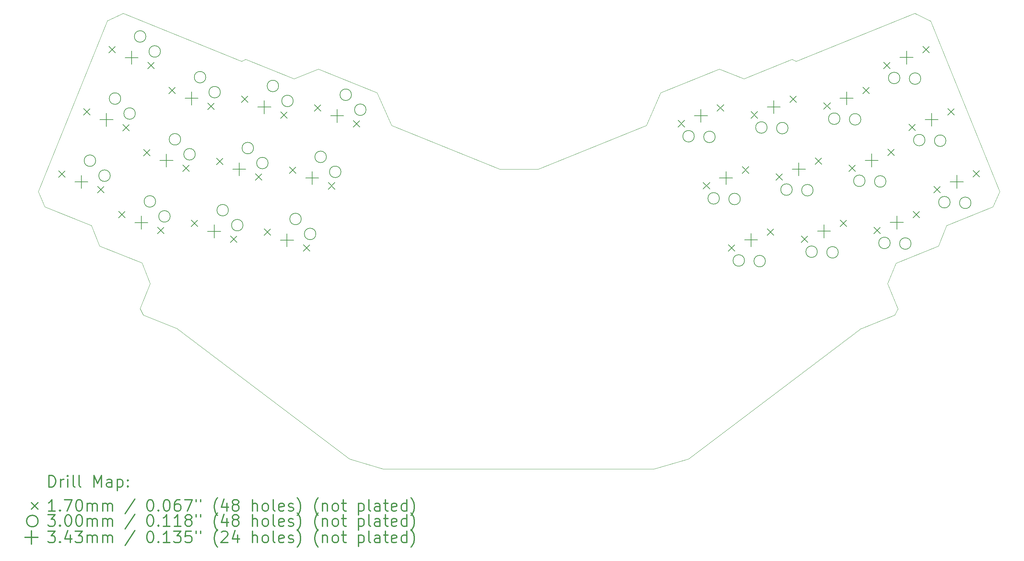
<source format=gbr>
%FSLAX45Y45*%
G04 Gerber Fmt 4.5, Leading zero omitted, Abs format (unit mm)*
G04 Created by KiCad (PCBNEW (5.1.4)-1) date 2023-12-29 13:03:58*
%MOMM*%
%LPD*%
G04 APERTURE LIST*
%ADD10C,0.050000*%
%ADD11C,0.200000*%
%ADD12C,0.300000*%
G04 APERTURE END LIST*
D10*
X5094537Y-24144385D02*
X5360507Y-23486085D01*
X24889689Y-24145789D02*
X24623718Y-23487488D01*
X18318013Y-19359028D02*
X15490102Y-20501579D01*
X11666213Y-19357625D02*
X14494123Y-20500175D01*
X11450000Y-28334000D02*
X10562695Y-28068535D01*
X18520000Y-28334000D02*
X19421531Y-28069938D01*
X11450000Y-28334000D02*
X18520000Y-28334000D01*
X15490102Y-20501579D02*
X15480000Y-20504000D01*
X14494123Y-20500175D02*
X15480000Y-20504000D01*
X26176434Y-21964966D02*
X26157890Y-21972458D01*
X3807791Y-21963563D02*
X3826335Y-21971055D01*
X2436679Y-21086037D02*
X2611724Y-21480320D01*
X4238537Y-16626283D02*
X2436679Y-21086037D01*
X27547546Y-21087441D02*
X27372501Y-21481724D01*
X25745688Y-16627686D02*
X27547546Y-21087441D01*
X11288494Y-18503969D02*
X9754005Y-17883995D01*
X4653330Y-16427168D02*
X7750124Y-17678354D01*
X4037111Y-22503806D02*
X3826335Y-21971055D01*
X4037111Y-22503806D02*
X5145096Y-22951461D01*
X3807791Y-21963563D02*
X2611724Y-21480320D01*
X6032399Y-24652730D02*
X5179390Y-24308092D01*
X9117111Y-18138977D02*
X7860776Y-17631385D01*
X10562695Y-28068535D02*
X6050942Y-24660222D01*
X5094537Y-24144385D02*
X5179390Y-24308092D01*
X11288494Y-18503969D02*
X11666213Y-19357625D01*
X5145096Y-22951461D02*
X5360507Y-23486085D01*
X9117111Y-18138977D02*
X9754005Y-17883995D01*
X4653330Y-16427168D02*
X4238537Y-16626283D01*
X7860776Y-17631385D02*
X7750124Y-17678354D01*
X6032399Y-24652730D02*
X6050942Y-24660222D01*
X23951827Y-24654134D02*
X23933283Y-24661626D01*
X24839130Y-22952864D02*
X24623718Y-23487488D01*
X25330895Y-16428572D02*
X25745688Y-16627686D01*
X22123449Y-17632789D02*
X22234101Y-17679758D01*
X20867115Y-18140381D02*
X20230221Y-17885399D01*
X23951827Y-24654134D02*
X24804836Y-24309496D01*
X19421531Y-28069938D02*
X23933283Y-24661626D01*
X24889689Y-24145789D02*
X24804836Y-24309496D01*
X25330895Y-16428572D02*
X22234101Y-17679758D01*
X26176434Y-21964966D02*
X27372501Y-21481724D01*
X25947114Y-22505209D02*
X26157890Y-21972458D01*
X25947114Y-22505209D02*
X24839130Y-22952864D01*
X18695732Y-18505373D02*
X18318013Y-19359028D01*
X20867115Y-18140381D02*
X22123449Y-17632789D01*
X18695732Y-18505373D02*
X20230221Y-17885399D01*
D11*
X21710110Y-20619327D02*
X21880290Y-20789507D01*
X21880290Y-20619327D02*
X21710110Y-20789507D01*
X22730012Y-20207260D02*
X22900192Y-20377440D01*
X22900192Y-20207260D02*
X22730012Y-20377440D01*
X22365671Y-22241899D02*
X22535851Y-22412079D01*
X22535851Y-22241899D02*
X22365671Y-22412079D01*
X23385573Y-21829832D02*
X23555753Y-22000012D01*
X23555753Y-21829832D02*
X23385573Y-22000012D01*
X19807516Y-20848758D02*
X19977696Y-21018938D01*
X19977696Y-20848758D02*
X19807516Y-21018938D01*
X20827418Y-20436690D02*
X20997598Y-20606870D01*
X20997598Y-20436690D02*
X20827418Y-20606870D01*
X21054548Y-18996756D02*
X21224728Y-19166936D01*
X21224728Y-18996756D02*
X21054548Y-19166936D01*
X22074450Y-18584688D02*
X22244630Y-18754868D01*
X22244630Y-18584688D02*
X22074450Y-18754868D01*
X20463078Y-22471329D02*
X20633258Y-22641509D01*
X20633258Y-22471329D02*
X20463078Y-22641509D01*
X21482980Y-22059262D02*
X21653160Y-22229442D01*
X21653160Y-22059262D02*
X21482980Y-22229442D01*
X6437744Y-21832175D02*
X6607924Y-22002355D01*
X6607924Y-21832175D02*
X6437744Y-22002355D01*
X7457646Y-22244242D02*
X7627826Y-22414422D01*
X7627826Y-22244242D02*
X7457646Y-22414422D01*
X5846274Y-18357601D02*
X6016454Y-18527781D01*
X6016454Y-18357601D02*
X5846274Y-18527781D01*
X6866176Y-18769668D02*
X7036356Y-18939848D01*
X7036356Y-18769668D02*
X6866176Y-18939848D01*
X25833712Y-20948573D02*
X26003892Y-21118753D01*
X26003892Y-20948573D02*
X25833712Y-21118753D01*
X26853614Y-20536506D02*
X27023794Y-20706686D01*
X27023794Y-20536506D02*
X26853614Y-20706686D01*
X7748867Y-18587031D02*
X7919047Y-18757211D01*
X7919047Y-18587031D02*
X7748867Y-18757211D01*
X8768769Y-18999098D02*
X8938949Y-19169278D01*
X8938949Y-18999098D02*
X8768769Y-19169278D01*
X8340337Y-22061605D02*
X8510517Y-22231785D01*
X8510517Y-22061605D02*
X8340337Y-22231785D01*
X9360240Y-22473672D02*
X9530420Y-22643852D01*
X9530420Y-22473672D02*
X9360240Y-22643852D01*
X9651461Y-18816461D02*
X9821641Y-18986641D01*
X9821641Y-18816461D02*
X9651461Y-18986641D01*
X10671363Y-19228528D02*
X10841543Y-19398708D01*
X10841543Y-19228528D02*
X10671363Y-19398708D01*
X7093305Y-20209603D02*
X7263485Y-20379783D01*
X7263485Y-20209603D02*
X7093305Y-20379783D01*
X8113208Y-20621670D02*
X8283388Y-20791850D01*
X8283388Y-20621670D02*
X8113208Y-20791850D01*
X23612703Y-20389897D02*
X23782883Y-20560077D01*
X23782883Y-20389897D02*
X23612703Y-20560077D01*
X24632605Y-19977830D02*
X24802785Y-20148010D01*
X24802785Y-19977830D02*
X24632605Y-20148010D01*
X19151955Y-19226186D02*
X19322135Y-19396366D01*
X19322135Y-19226186D02*
X19151955Y-19396366D01*
X20171857Y-18814119D02*
X20342037Y-18984299D01*
X20342037Y-18814119D02*
X20171857Y-18984299D01*
X4280826Y-17293705D02*
X4451006Y-17463885D01*
X4451006Y-17293705D02*
X4280826Y-17463885D01*
X5300728Y-17705772D02*
X5470908Y-17875952D01*
X5470908Y-17705772D02*
X5300728Y-17875952D01*
X3625265Y-18916277D02*
X3795445Y-19086457D01*
X3795445Y-18916277D02*
X3625265Y-19086457D01*
X4645167Y-19328344D02*
X4815347Y-19498524D01*
X4815347Y-19328344D02*
X4645167Y-19498524D01*
X25178150Y-19326001D02*
X25348330Y-19496181D01*
X25348330Y-19326001D02*
X25178150Y-19496181D01*
X26198053Y-18913934D02*
X26368233Y-19084114D01*
X26368233Y-18913934D02*
X26198053Y-19084114D01*
X22957141Y-18767325D02*
X23127321Y-18937505D01*
X23127321Y-18767325D02*
X22957141Y-18937505D01*
X23977044Y-18355258D02*
X24147224Y-18525438D01*
X24147224Y-18355258D02*
X23977044Y-18525438D01*
X24268264Y-22012469D02*
X24438444Y-22182649D01*
X24438444Y-22012469D02*
X24268264Y-22182649D01*
X25288167Y-21600402D02*
X25458347Y-21770582D01*
X25458347Y-21600402D02*
X25288167Y-21770582D01*
X5190712Y-19980172D02*
X5360892Y-20150352D01*
X5360892Y-19980172D02*
X5190712Y-20150352D01*
X6210614Y-20392240D02*
X6380794Y-20562420D01*
X6380794Y-20392240D02*
X6210614Y-20562420D01*
X4535151Y-21602744D02*
X4705331Y-21772924D01*
X4705331Y-21602744D02*
X4535151Y-21772924D01*
X5555053Y-22014811D02*
X5725233Y-22184991D01*
X5725233Y-22014811D02*
X5555053Y-22184991D01*
X24522589Y-17703430D02*
X24692769Y-17873610D01*
X24692769Y-17703430D02*
X24522589Y-17873610D01*
X25542491Y-17291362D02*
X25712671Y-17461542D01*
X25712671Y-17291362D02*
X25542491Y-17461542D01*
X8995899Y-20439033D02*
X9166079Y-20609213D01*
X9166079Y-20439033D02*
X8995899Y-20609213D01*
X10015801Y-20851100D02*
X10185981Y-21021280D01*
X10185981Y-20851100D02*
X10015801Y-21021280D01*
X2969703Y-20538848D02*
X3139883Y-20709028D01*
X3139883Y-20538848D02*
X2969703Y-20709028D01*
X3989605Y-20950916D02*
X4159785Y-21121096D01*
X4159785Y-20950916D02*
X3989605Y-21121096D01*
X3937635Y-20278298D02*
G75*
G03X3937635Y-20278298I-150000J0D01*
G01*
X4318814Y-20669581D02*
G75*
G03X4318814Y-20669581I-150000J0D01*
G01*
X22132036Y-21033381D02*
G75*
G03X22132036Y-21033381I-150000J0D01*
G01*
X22678041Y-21050058D02*
G75*
G03X22678041Y-21050058I-150000J0D01*
G01*
X22787598Y-22655953D02*
G75*
G03X22787598Y-22655953I-150000J0D01*
G01*
X23333603Y-22672630D02*
G75*
G03X23333603Y-22672630I-150000J0D01*
G01*
X20229443Y-21262811D02*
G75*
G03X20229443Y-21262811I-150000J0D01*
G01*
X20775448Y-21279488D02*
G75*
G03X20775448Y-21279488I-150000J0D01*
G01*
X21476475Y-19410809D02*
G75*
G03X21476475Y-19410809I-150000J0D01*
G01*
X22022480Y-19427486D02*
G75*
G03X22022480Y-19427486I-150000J0D01*
G01*
X20885004Y-22885383D02*
G75*
G03X20885004Y-22885383I-150000J0D01*
G01*
X21431010Y-22902060D02*
G75*
G03X21431010Y-22902060I-150000J0D01*
G01*
X7405676Y-21571624D02*
G75*
G03X7405676Y-21571624I-150000J0D01*
G01*
X7786854Y-21962908D02*
G75*
G03X7786854Y-21962908I-150000J0D01*
G01*
X6814206Y-18097050D02*
G75*
G03X6814206Y-18097050I-150000J0D01*
G01*
X7195384Y-18488334D02*
G75*
G03X7195384Y-18488334I-150000J0D01*
G01*
X26255639Y-21362627D02*
G75*
G03X26255639Y-21362627I-150000J0D01*
G01*
X26801644Y-21379304D02*
G75*
G03X26801644Y-21379304I-150000J0D01*
G01*
X8716799Y-18326480D02*
G75*
G03X8716799Y-18326480I-150000J0D01*
G01*
X9097978Y-18717764D02*
G75*
G03X9097978Y-18717764I-150000J0D01*
G01*
X9308269Y-21801054D02*
G75*
G03X9308269Y-21801054I-150000J0D01*
G01*
X9689448Y-22192338D02*
G75*
G03X9689448Y-22192338I-150000J0D01*
G01*
X10619393Y-18555910D02*
G75*
G03X10619393Y-18555910I-150000J0D01*
G01*
X11000571Y-18947194D02*
G75*
G03X11000571Y-18947194I-150000J0D01*
G01*
X8061237Y-19949052D02*
G75*
G03X8061237Y-19949052I-150000J0D01*
G01*
X8442416Y-20340336D02*
G75*
G03X8442416Y-20340336I-150000J0D01*
G01*
X24034630Y-20803951D02*
G75*
G03X24034630Y-20803951I-150000J0D01*
G01*
X24580635Y-20820628D02*
G75*
G03X24580635Y-20820628I-150000J0D01*
G01*
X19573881Y-19640239D02*
G75*
G03X19573881Y-19640239I-150000J0D01*
G01*
X20119887Y-19656917D02*
G75*
G03X20119887Y-19656917I-150000J0D01*
G01*
X5248758Y-17033154D02*
G75*
G03X5248758Y-17033154I-150000J0D01*
G01*
X5629937Y-17424438D02*
G75*
G03X5629937Y-17424438I-150000J0D01*
G01*
X4593197Y-18655726D02*
G75*
G03X4593197Y-18655726I-150000J0D01*
G01*
X4974375Y-19047010D02*
G75*
G03X4974375Y-19047010I-150000J0D01*
G01*
X25600077Y-19740055D02*
G75*
G03X25600077Y-19740055I-150000J0D01*
G01*
X26146082Y-19756732D02*
G75*
G03X26146082Y-19756732I-150000J0D01*
G01*
X23379068Y-19181379D02*
G75*
G03X23379068Y-19181379I-150000J0D01*
G01*
X23925073Y-19198056D02*
G75*
G03X23925073Y-19198056I-150000J0D01*
G01*
X24690191Y-22426522D02*
G75*
G03X24690191Y-22426522I-150000J0D01*
G01*
X25236196Y-22443200D02*
G75*
G03X25236196Y-22443200I-150000J0D01*
G01*
X6158644Y-19719622D02*
G75*
G03X6158644Y-19719622I-150000J0D01*
G01*
X6539823Y-20110905D02*
G75*
G03X6539823Y-20110905I-150000J0D01*
G01*
X5503083Y-21342193D02*
G75*
G03X5503083Y-21342193I-150000J0D01*
G01*
X5884261Y-21733477D02*
G75*
G03X5884261Y-21733477I-150000J0D01*
G01*
X24944515Y-18117483D02*
G75*
G03X24944515Y-18117483I-150000J0D01*
G01*
X25490521Y-18134160D02*
G75*
G03X25490521Y-18134160I-150000J0D01*
G01*
X9963831Y-20178482D02*
G75*
G03X9963831Y-20178482I-150000J0D01*
G01*
X10345009Y-20569766D02*
G75*
G03X10345009Y-20569766I-150000J0D01*
G01*
X9590940Y-20558707D02*
X9590940Y-20901607D01*
X9419490Y-20730157D02*
X9762390Y-20730157D01*
X3564744Y-20658522D02*
X3564744Y-21001422D01*
X3393294Y-20829972D02*
X3736194Y-20829972D01*
X22305151Y-20326934D02*
X22305151Y-20669834D01*
X22133701Y-20498384D02*
X22476601Y-20498384D01*
X22960712Y-21949505D02*
X22960712Y-22292405D01*
X22789262Y-22120955D02*
X23132162Y-22120955D01*
X20402557Y-20556364D02*
X20402557Y-20899264D01*
X20231107Y-20727814D02*
X20574007Y-20727814D01*
X21649589Y-18704362D02*
X21649589Y-19047262D01*
X21478139Y-18875812D02*
X21821039Y-18875812D01*
X21058119Y-22178936D02*
X21058119Y-22521836D01*
X20886669Y-22350386D02*
X21229569Y-22350386D01*
X7032785Y-21951848D02*
X7032785Y-22294748D01*
X6861335Y-22123298D02*
X7204235Y-22123298D01*
X6441315Y-18477274D02*
X6441315Y-18820174D01*
X6269865Y-18648724D02*
X6612765Y-18648724D01*
X26428753Y-20656179D02*
X26428753Y-20999079D01*
X26257303Y-20827629D02*
X26600203Y-20827629D01*
X8343908Y-18706705D02*
X8343908Y-19049605D01*
X8172458Y-18878155D02*
X8515358Y-18878155D01*
X8935379Y-22181278D02*
X8935379Y-22524178D01*
X8763929Y-22352728D02*
X9106829Y-22352728D01*
X10246502Y-18936135D02*
X10246502Y-19279035D01*
X10075052Y-19107585D02*
X10417952Y-19107585D01*
X7688347Y-20329276D02*
X7688347Y-20672176D01*
X7516897Y-20500726D02*
X7859797Y-20500726D01*
X24207744Y-20097503D02*
X24207744Y-20440403D01*
X24036294Y-20268953D02*
X24379194Y-20268953D01*
X19746996Y-18933792D02*
X19746996Y-19276692D01*
X19575546Y-19105242D02*
X19918446Y-19105242D01*
X4875867Y-17413379D02*
X4875867Y-17756279D01*
X4704417Y-17584829D02*
X5047317Y-17584829D01*
X4220306Y-19035950D02*
X4220306Y-19378850D01*
X4048856Y-19207400D02*
X4391756Y-19207400D01*
X25773191Y-19033608D02*
X25773191Y-19376508D01*
X25601741Y-19205058D02*
X25944641Y-19205058D01*
X23552182Y-18474932D02*
X23552182Y-18817832D01*
X23380732Y-18646382D02*
X23723632Y-18646382D01*
X24863306Y-21720075D02*
X24863306Y-22062975D01*
X24691856Y-21891525D02*
X25034756Y-21891525D01*
X5785753Y-20099846D02*
X5785753Y-20442746D01*
X5614303Y-20271296D02*
X5957203Y-20271296D01*
X5130192Y-21722418D02*
X5130192Y-22065318D01*
X4958742Y-21893868D02*
X5301642Y-21893868D01*
X25117630Y-17411036D02*
X25117630Y-17753936D01*
X24946180Y-17582486D02*
X25289080Y-17582486D01*
D12*
X2720608Y-28802214D02*
X2720608Y-28502214D01*
X2792036Y-28502214D01*
X2834893Y-28516500D01*
X2863465Y-28545071D01*
X2877750Y-28573643D01*
X2892036Y-28630786D01*
X2892036Y-28673643D01*
X2877750Y-28730786D01*
X2863465Y-28759357D01*
X2834893Y-28787929D01*
X2792036Y-28802214D01*
X2720608Y-28802214D01*
X3020607Y-28802214D02*
X3020607Y-28602214D01*
X3020607Y-28659357D02*
X3034893Y-28630786D01*
X3049179Y-28616500D01*
X3077750Y-28602214D01*
X3106322Y-28602214D01*
X3206322Y-28802214D02*
X3206322Y-28602214D01*
X3206322Y-28502214D02*
X3192036Y-28516500D01*
X3206322Y-28530786D01*
X3220607Y-28516500D01*
X3206322Y-28502214D01*
X3206322Y-28530786D01*
X3392036Y-28802214D02*
X3363465Y-28787929D01*
X3349179Y-28759357D01*
X3349179Y-28502214D01*
X3549179Y-28802214D02*
X3520607Y-28787929D01*
X3506322Y-28759357D01*
X3506322Y-28502214D01*
X3892036Y-28802214D02*
X3892036Y-28502214D01*
X3992036Y-28716500D01*
X4092036Y-28502214D01*
X4092036Y-28802214D01*
X4363465Y-28802214D02*
X4363465Y-28645071D01*
X4349179Y-28616500D01*
X4320608Y-28602214D01*
X4263465Y-28602214D01*
X4234893Y-28616500D01*
X4363465Y-28787929D02*
X4334893Y-28802214D01*
X4263465Y-28802214D01*
X4234893Y-28787929D01*
X4220608Y-28759357D01*
X4220608Y-28730786D01*
X4234893Y-28702214D01*
X4263465Y-28687929D01*
X4334893Y-28687929D01*
X4363465Y-28673643D01*
X4506322Y-28602214D02*
X4506322Y-28902214D01*
X4506322Y-28616500D02*
X4534893Y-28602214D01*
X4592036Y-28602214D01*
X4620608Y-28616500D01*
X4634893Y-28630786D01*
X4649179Y-28659357D01*
X4649179Y-28745071D01*
X4634893Y-28773643D01*
X4620608Y-28787929D01*
X4592036Y-28802214D01*
X4534893Y-28802214D01*
X4506322Y-28787929D01*
X4777750Y-28773643D02*
X4792036Y-28787929D01*
X4777750Y-28802214D01*
X4763465Y-28787929D01*
X4777750Y-28773643D01*
X4777750Y-28802214D01*
X4777750Y-28616500D02*
X4792036Y-28630786D01*
X4777750Y-28645071D01*
X4763465Y-28630786D01*
X4777750Y-28616500D01*
X4777750Y-28645071D01*
X2263999Y-29211410D02*
X2434179Y-29381590D01*
X2434179Y-29211410D02*
X2263999Y-29381590D01*
X2877750Y-29432214D02*
X2706322Y-29432214D01*
X2792036Y-29432214D02*
X2792036Y-29132214D01*
X2763465Y-29175071D01*
X2734893Y-29203643D01*
X2706322Y-29217929D01*
X3006322Y-29403643D02*
X3020607Y-29417929D01*
X3006322Y-29432214D01*
X2992036Y-29417929D01*
X3006322Y-29403643D01*
X3006322Y-29432214D01*
X3120607Y-29132214D02*
X3320607Y-29132214D01*
X3192036Y-29432214D01*
X3492036Y-29132214D02*
X3520607Y-29132214D01*
X3549179Y-29146500D01*
X3563465Y-29160786D01*
X3577750Y-29189357D01*
X3592036Y-29246500D01*
X3592036Y-29317929D01*
X3577750Y-29375071D01*
X3563465Y-29403643D01*
X3549179Y-29417929D01*
X3520607Y-29432214D01*
X3492036Y-29432214D01*
X3463465Y-29417929D01*
X3449179Y-29403643D01*
X3434893Y-29375071D01*
X3420607Y-29317929D01*
X3420607Y-29246500D01*
X3434893Y-29189357D01*
X3449179Y-29160786D01*
X3463465Y-29146500D01*
X3492036Y-29132214D01*
X3720607Y-29432214D02*
X3720607Y-29232214D01*
X3720607Y-29260786D02*
X3734893Y-29246500D01*
X3763465Y-29232214D01*
X3806322Y-29232214D01*
X3834893Y-29246500D01*
X3849179Y-29275071D01*
X3849179Y-29432214D01*
X3849179Y-29275071D02*
X3863465Y-29246500D01*
X3892036Y-29232214D01*
X3934893Y-29232214D01*
X3963465Y-29246500D01*
X3977750Y-29275071D01*
X3977750Y-29432214D01*
X4120607Y-29432214D02*
X4120607Y-29232214D01*
X4120607Y-29260786D02*
X4134893Y-29246500D01*
X4163465Y-29232214D01*
X4206322Y-29232214D01*
X4234893Y-29246500D01*
X4249179Y-29275071D01*
X4249179Y-29432214D01*
X4249179Y-29275071D02*
X4263465Y-29246500D01*
X4292036Y-29232214D01*
X4334893Y-29232214D01*
X4363465Y-29246500D01*
X4377750Y-29275071D01*
X4377750Y-29432214D01*
X4963465Y-29117929D02*
X4706322Y-29503643D01*
X5349179Y-29132214D02*
X5377750Y-29132214D01*
X5406322Y-29146500D01*
X5420608Y-29160786D01*
X5434893Y-29189357D01*
X5449179Y-29246500D01*
X5449179Y-29317929D01*
X5434893Y-29375071D01*
X5420608Y-29403643D01*
X5406322Y-29417929D01*
X5377750Y-29432214D01*
X5349179Y-29432214D01*
X5320608Y-29417929D01*
X5306322Y-29403643D01*
X5292036Y-29375071D01*
X5277750Y-29317929D01*
X5277750Y-29246500D01*
X5292036Y-29189357D01*
X5306322Y-29160786D01*
X5320608Y-29146500D01*
X5349179Y-29132214D01*
X5577750Y-29403643D02*
X5592036Y-29417929D01*
X5577750Y-29432214D01*
X5563465Y-29417929D01*
X5577750Y-29403643D01*
X5577750Y-29432214D01*
X5777750Y-29132214D02*
X5806322Y-29132214D01*
X5834893Y-29146500D01*
X5849179Y-29160786D01*
X5863465Y-29189357D01*
X5877750Y-29246500D01*
X5877750Y-29317929D01*
X5863465Y-29375071D01*
X5849179Y-29403643D01*
X5834893Y-29417929D01*
X5806322Y-29432214D01*
X5777750Y-29432214D01*
X5749179Y-29417929D01*
X5734893Y-29403643D01*
X5720607Y-29375071D01*
X5706322Y-29317929D01*
X5706322Y-29246500D01*
X5720607Y-29189357D01*
X5734893Y-29160786D01*
X5749179Y-29146500D01*
X5777750Y-29132214D01*
X6134893Y-29132214D02*
X6077750Y-29132214D01*
X6049179Y-29146500D01*
X6034893Y-29160786D01*
X6006322Y-29203643D01*
X5992036Y-29260786D01*
X5992036Y-29375071D01*
X6006322Y-29403643D01*
X6020607Y-29417929D01*
X6049179Y-29432214D01*
X6106322Y-29432214D01*
X6134893Y-29417929D01*
X6149179Y-29403643D01*
X6163465Y-29375071D01*
X6163465Y-29303643D01*
X6149179Y-29275071D01*
X6134893Y-29260786D01*
X6106322Y-29246500D01*
X6049179Y-29246500D01*
X6020607Y-29260786D01*
X6006322Y-29275071D01*
X5992036Y-29303643D01*
X6263465Y-29132214D02*
X6463465Y-29132214D01*
X6334893Y-29432214D01*
X6563465Y-29132214D02*
X6563465Y-29189357D01*
X6677750Y-29132214D02*
X6677750Y-29189357D01*
X7120607Y-29546500D02*
X7106322Y-29532214D01*
X7077750Y-29489357D01*
X7063465Y-29460786D01*
X7049179Y-29417929D01*
X7034893Y-29346500D01*
X7034893Y-29289357D01*
X7049179Y-29217929D01*
X7063465Y-29175071D01*
X7077750Y-29146500D01*
X7106322Y-29103643D01*
X7120607Y-29089357D01*
X7363465Y-29232214D02*
X7363465Y-29432214D01*
X7292036Y-29117929D02*
X7220607Y-29332214D01*
X7406322Y-29332214D01*
X7563465Y-29260786D02*
X7534893Y-29246500D01*
X7520607Y-29232214D01*
X7506322Y-29203643D01*
X7506322Y-29189357D01*
X7520607Y-29160786D01*
X7534893Y-29146500D01*
X7563465Y-29132214D01*
X7620607Y-29132214D01*
X7649179Y-29146500D01*
X7663465Y-29160786D01*
X7677750Y-29189357D01*
X7677750Y-29203643D01*
X7663465Y-29232214D01*
X7649179Y-29246500D01*
X7620607Y-29260786D01*
X7563465Y-29260786D01*
X7534893Y-29275071D01*
X7520607Y-29289357D01*
X7506322Y-29317929D01*
X7506322Y-29375071D01*
X7520607Y-29403643D01*
X7534893Y-29417929D01*
X7563465Y-29432214D01*
X7620607Y-29432214D01*
X7649179Y-29417929D01*
X7663465Y-29403643D01*
X7677750Y-29375071D01*
X7677750Y-29317929D01*
X7663465Y-29289357D01*
X7649179Y-29275071D01*
X7620607Y-29260786D01*
X8034893Y-29432214D02*
X8034893Y-29132214D01*
X8163465Y-29432214D02*
X8163465Y-29275071D01*
X8149179Y-29246500D01*
X8120607Y-29232214D01*
X8077750Y-29232214D01*
X8049179Y-29246500D01*
X8034893Y-29260786D01*
X8349179Y-29432214D02*
X8320607Y-29417929D01*
X8306322Y-29403643D01*
X8292036Y-29375071D01*
X8292036Y-29289357D01*
X8306322Y-29260786D01*
X8320607Y-29246500D01*
X8349179Y-29232214D01*
X8392036Y-29232214D01*
X8420608Y-29246500D01*
X8434893Y-29260786D01*
X8449179Y-29289357D01*
X8449179Y-29375071D01*
X8434893Y-29403643D01*
X8420608Y-29417929D01*
X8392036Y-29432214D01*
X8349179Y-29432214D01*
X8620608Y-29432214D02*
X8592036Y-29417929D01*
X8577750Y-29389357D01*
X8577750Y-29132214D01*
X8849179Y-29417929D02*
X8820608Y-29432214D01*
X8763465Y-29432214D01*
X8734893Y-29417929D01*
X8720608Y-29389357D01*
X8720608Y-29275071D01*
X8734893Y-29246500D01*
X8763465Y-29232214D01*
X8820608Y-29232214D01*
X8849179Y-29246500D01*
X8863465Y-29275071D01*
X8863465Y-29303643D01*
X8720608Y-29332214D01*
X8977750Y-29417929D02*
X9006322Y-29432214D01*
X9063465Y-29432214D01*
X9092036Y-29417929D01*
X9106322Y-29389357D01*
X9106322Y-29375071D01*
X9092036Y-29346500D01*
X9063465Y-29332214D01*
X9020608Y-29332214D01*
X8992036Y-29317929D01*
X8977750Y-29289357D01*
X8977750Y-29275071D01*
X8992036Y-29246500D01*
X9020608Y-29232214D01*
X9063465Y-29232214D01*
X9092036Y-29246500D01*
X9206322Y-29546500D02*
X9220608Y-29532214D01*
X9249179Y-29489357D01*
X9263465Y-29460786D01*
X9277750Y-29417929D01*
X9292036Y-29346500D01*
X9292036Y-29289357D01*
X9277750Y-29217929D01*
X9263465Y-29175071D01*
X9249179Y-29146500D01*
X9220608Y-29103643D01*
X9206322Y-29089357D01*
X9749179Y-29546500D02*
X9734893Y-29532214D01*
X9706322Y-29489357D01*
X9692036Y-29460786D01*
X9677750Y-29417929D01*
X9663465Y-29346500D01*
X9663465Y-29289357D01*
X9677750Y-29217929D01*
X9692036Y-29175071D01*
X9706322Y-29146500D01*
X9734893Y-29103643D01*
X9749179Y-29089357D01*
X9863465Y-29232214D02*
X9863465Y-29432214D01*
X9863465Y-29260786D02*
X9877750Y-29246500D01*
X9906322Y-29232214D01*
X9949179Y-29232214D01*
X9977750Y-29246500D01*
X9992036Y-29275071D01*
X9992036Y-29432214D01*
X10177750Y-29432214D02*
X10149179Y-29417929D01*
X10134893Y-29403643D01*
X10120608Y-29375071D01*
X10120608Y-29289357D01*
X10134893Y-29260786D01*
X10149179Y-29246500D01*
X10177750Y-29232214D01*
X10220608Y-29232214D01*
X10249179Y-29246500D01*
X10263465Y-29260786D01*
X10277750Y-29289357D01*
X10277750Y-29375071D01*
X10263465Y-29403643D01*
X10249179Y-29417929D01*
X10220608Y-29432214D01*
X10177750Y-29432214D01*
X10363465Y-29232214D02*
X10477750Y-29232214D01*
X10406322Y-29132214D02*
X10406322Y-29389357D01*
X10420608Y-29417929D01*
X10449179Y-29432214D01*
X10477750Y-29432214D01*
X10806322Y-29232214D02*
X10806322Y-29532214D01*
X10806322Y-29246500D02*
X10834893Y-29232214D01*
X10892036Y-29232214D01*
X10920608Y-29246500D01*
X10934893Y-29260786D01*
X10949179Y-29289357D01*
X10949179Y-29375071D01*
X10934893Y-29403643D01*
X10920608Y-29417929D01*
X10892036Y-29432214D01*
X10834893Y-29432214D01*
X10806322Y-29417929D01*
X11120608Y-29432214D02*
X11092036Y-29417929D01*
X11077750Y-29389357D01*
X11077750Y-29132214D01*
X11363465Y-29432214D02*
X11363465Y-29275071D01*
X11349179Y-29246500D01*
X11320607Y-29232214D01*
X11263465Y-29232214D01*
X11234893Y-29246500D01*
X11363465Y-29417929D02*
X11334893Y-29432214D01*
X11263465Y-29432214D01*
X11234893Y-29417929D01*
X11220607Y-29389357D01*
X11220607Y-29360786D01*
X11234893Y-29332214D01*
X11263465Y-29317929D01*
X11334893Y-29317929D01*
X11363465Y-29303643D01*
X11463465Y-29232214D02*
X11577750Y-29232214D01*
X11506322Y-29132214D02*
X11506322Y-29389357D01*
X11520607Y-29417929D01*
X11549179Y-29432214D01*
X11577750Y-29432214D01*
X11792036Y-29417929D02*
X11763465Y-29432214D01*
X11706322Y-29432214D01*
X11677750Y-29417929D01*
X11663465Y-29389357D01*
X11663465Y-29275071D01*
X11677750Y-29246500D01*
X11706322Y-29232214D01*
X11763465Y-29232214D01*
X11792036Y-29246500D01*
X11806322Y-29275071D01*
X11806322Y-29303643D01*
X11663465Y-29332214D01*
X12063465Y-29432214D02*
X12063465Y-29132214D01*
X12063465Y-29417929D02*
X12034893Y-29432214D01*
X11977750Y-29432214D01*
X11949179Y-29417929D01*
X11934893Y-29403643D01*
X11920607Y-29375071D01*
X11920607Y-29289357D01*
X11934893Y-29260786D01*
X11949179Y-29246500D01*
X11977750Y-29232214D01*
X12034893Y-29232214D01*
X12063465Y-29246500D01*
X12177750Y-29546500D02*
X12192036Y-29532214D01*
X12220607Y-29489357D01*
X12234893Y-29460786D01*
X12249179Y-29417929D01*
X12263465Y-29346500D01*
X12263465Y-29289357D01*
X12249179Y-29217929D01*
X12234893Y-29175071D01*
X12220607Y-29146500D01*
X12192036Y-29103643D01*
X12177750Y-29089357D01*
X2434179Y-29692500D02*
G75*
G03X2434179Y-29692500I-150000J0D01*
G01*
X2692036Y-29528214D02*
X2877750Y-29528214D01*
X2777750Y-29642500D01*
X2820607Y-29642500D01*
X2849179Y-29656786D01*
X2863465Y-29671071D01*
X2877750Y-29699643D01*
X2877750Y-29771071D01*
X2863465Y-29799643D01*
X2849179Y-29813929D01*
X2820607Y-29828214D01*
X2734893Y-29828214D01*
X2706322Y-29813929D01*
X2692036Y-29799643D01*
X3006322Y-29799643D02*
X3020607Y-29813929D01*
X3006322Y-29828214D01*
X2992036Y-29813929D01*
X3006322Y-29799643D01*
X3006322Y-29828214D01*
X3206322Y-29528214D02*
X3234893Y-29528214D01*
X3263465Y-29542500D01*
X3277750Y-29556786D01*
X3292036Y-29585357D01*
X3306322Y-29642500D01*
X3306322Y-29713929D01*
X3292036Y-29771071D01*
X3277750Y-29799643D01*
X3263465Y-29813929D01*
X3234893Y-29828214D01*
X3206322Y-29828214D01*
X3177750Y-29813929D01*
X3163465Y-29799643D01*
X3149179Y-29771071D01*
X3134893Y-29713929D01*
X3134893Y-29642500D01*
X3149179Y-29585357D01*
X3163465Y-29556786D01*
X3177750Y-29542500D01*
X3206322Y-29528214D01*
X3492036Y-29528214D02*
X3520607Y-29528214D01*
X3549179Y-29542500D01*
X3563465Y-29556786D01*
X3577750Y-29585357D01*
X3592036Y-29642500D01*
X3592036Y-29713929D01*
X3577750Y-29771071D01*
X3563465Y-29799643D01*
X3549179Y-29813929D01*
X3520607Y-29828214D01*
X3492036Y-29828214D01*
X3463465Y-29813929D01*
X3449179Y-29799643D01*
X3434893Y-29771071D01*
X3420607Y-29713929D01*
X3420607Y-29642500D01*
X3434893Y-29585357D01*
X3449179Y-29556786D01*
X3463465Y-29542500D01*
X3492036Y-29528214D01*
X3720607Y-29828214D02*
X3720607Y-29628214D01*
X3720607Y-29656786D02*
X3734893Y-29642500D01*
X3763465Y-29628214D01*
X3806322Y-29628214D01*
X3834893Y-29642500D01*
X3849179Y-29671071D01*
X3849179Y-29828214D01*
X3849179Y-29671071D02*
X3863465Y-29642500D01*
X3892036Y-29628214D01*
X3934893Y-29628214D01*
X3963465Y-29642500D01*
X3977750Y-29671071D01*
X3977750Y-29828214D01*
X4120607Y-29828214D02*
X4120607Y-29628214D01*
X4120607Y-29656786D02*
X4134893Y-29642500D01*
X4163465Y-29628214D01*
X4206322Y-29628214D01*
X4234893Y-29642500D01*
X4249179Y-29671071D01*
X4249179Y-29828214D01*
X4249179Y-29671071D02*
X4263465Y-29642500D01*
X4292036Y-29628214D01*
X4334893Y-29628214D01*
X4363465Y-29642500D01*
X4377750Y-29671071D01*
X4377750Y-29828214D01*
X4963465Y-29513929D02*
X4706322Y-29899643D01*
X5349179Y-29528214D02*
X5377750Y-29528214D01*
X5406322Y-29542500D01*
X5420608Y-29556786D01*
X5434893Y-29585357D01*
X5449179Y-29642500D01*
X5449179Y-29713929D01*
X5434893Y-29771071D01*
X5420608Y-29799643D01*
X5406322Y-29813929D01*
X5377750Y-29828214D01*
X5349179Y-29828214D01*
X5320608Y-29813929D01*
X5306322Y-29799643D01*
X5292036Y-29771071D01*
X5277750Y-29713929D01*
X5277750Y-29642500D01*
X5292036Y-29585357D01*
X5306322Y-29556786D01*
X5320608Y-29542500D01*
X5349179Y-29528214D01*
X5577750Y-29799643D02*
X5592036Y-29813929D01*
X5577750Y-29828214D01*
X5563465Y-29813929D01*
X5577750Y-29799643D01*
X5577750Y-29828214D01*
X5877750Y-29828214D02*
X5706322Y-29828214D01*
X5792036Y-29828214D02*
X5792036Y-29528214D01*
X5763465Y-29571071D01*
X5734893Y-29599643D01*
X5706322Y-29613929D01*
X6163465Y-29828214D02*
X5992036Y-29828214D01*
X6077750Y-29828214D02*
X6077750Y-29528214D01*
X6049179Y-29571071D01*
X6020607Y-29599643D01*
X5992036Y-29613929D01*
X6334893Y-29656786D02*
X6306322Y-29642500D01*
X6292036Y-29628214D01*
X6277750Y-29599643D01*
X6277750Y-29585357D01*
X6292036Y-29556786D01*
X6306322Y-29542500D01*
X6334893Y-29528214D01*
X6392036Y-29528214D01*
X6420607Y-29542500D01*
X6434893Y-29556786D01*
X6449179Y-29585357D01*
X6449179Y-29599643D01*
X6434893Y-29628214D01*
X6420607Y-29642500D01*
X6392036Y-29656786D01*
X6334893Y-29656786D01*
X6306322Y-29671071D01*
X6292036Y-29685357D01*
X6277750Y-29713929D01*
X6277750Y-29771071D01*
X6292036Y-29799643D01*
X6306322Y-29813929D01*
X6334893Y-29828214D01*
X6392036Y-29828214D01*
X6420607Y-29813929D01*
X6434893Y-29799643D01*
X6449179Y-29771071D01*
X6449179Y-29713929D01*
X6434893Y-29685357D01*
X6420607Y-29671071D01*
X6392036Y-29656786D01*
X6563465Y-29528214D02*
X6563465Y-29585357D01*
X6677750Y-29528214D02*
X6677750Y-29585357D01*
X7120607Y-29942500D02*
X7106322Y-29928214D01*
X7077750Y-29885357D01*
X7063465Y-29856786D01*
X7049179Y-29813929D01*
X7034893Y-29742500D01*
X7034893Y-29685357D01*
X7049179Y-29613929D01*
X7063465Y-29571071D01*
X7077750Y-29542500D01*
X7106322Y-29499643D01*
X7120607Y-29485357D01*
X7363465Y-29628214D02*
X7363465Y-29828214D01*
X7292036Y-29513929D02*
X7220607Y-29728214D01*
X7406322Y-29728214D01*
X7563465Y-29656786D02*
X7534893Y-29642500D01*
X7520607Y-29628214D01*
X7506322Y-29599643D01*
X7506322Y-29585357D01*
X7520607Y-29556786D01*
X7534893Y-29542500D01*
X7563465Y-29528214D01*
X7620607Y-29528214D01*
X7649179Y-29542500D01*
X7663465Y-29556786D01*
X7677750Y-29585357D01*
X7677750Y-29599643D01*
X7663465Y-29628214D01*
X7649179Y-29642500D01*
X7620607Y-29656786D01*
X7563465Y-29656786D01*
X7534893Y-29671071D01*
X7520607Y-29685357D01*
X7506322Y-29713929D01*
X7506322Y-29771071D01*
X7520607Y-29799643D01*
X7534893Y-29813929D01*
X7563465Y-29828214D01*
X7620607Y-29828214D01*
X7649179Y-29813929D01*
X7663465Y-29799643D01*
X7677750Y-29771071D01*
X7677750Y-29713929D01*
X7663465Y-29685357D01*
X7649179Y-29671071D01*
X7620607Y-29656786D01*
X8034893Y-29828214D02*
X8034893Y-29528214D01*
X8163465Y-29828214D02*
X8163465Y-29671071D01*
X8149179Y-29642500D01*
X8120607Y-29628214D01*
X8077750Y-29628214D01*
X8049179Y-29642500D01*
X8034893Y-29656786D01*
X8349179Y-29828214D02*
X8320607Y-29813929D01*
X8306322Y-29799643D01*
X8292036Y-29771071D01*
X8292036Y-29685357D01*
X8306322Y-29656786D01*
X8320607Y-29642500D01*
X8349179Y-29628214D01*
X8392036Y-29628214D01*
X8420608Y-29642500D01*
X8434893Y-29656786D01*
X8449179Y-29685357D01*
X8449179Y-29771071D01*
X8434893Y-29799643D01*
X8420608Y-29813929D01*
X8392036Y-29828214D01*
X8349179Y-29828214D01*
X8620608Y-29828214D02*
X8592036Y-29813929D01*
X8577750Y-29785357D01*
X8577750Y-29528214D01*
X8849179Y-29813929D02*
X8820608Y-29828214D01*
X8763465Y-29828214D01*
X8734893Y-29813929D01*
X8720608Y-29785357D01*
X8720608Y-29671071D01*
X8734893Y-29642500D01*
X8763465Y-29628214D01*
X8820608Y-29628214D01*
X8849179Y-29642500D01*
X8863465Y-29671071D01*
X8863465Y-29699643D01*
X8720608Y-29728214D01*
X8977750Y-29813929D02*
X9006322Y-29828214D01*
X9063465Y-29828214D01*
X9092036Y-29813929D01*
X9106322Y-29785357D01*
X9106322Y-29771071D01*
X9092036Y-29742500D01*
X9063465Y-29728214D01*
X9020608Y-29728214D01*
X8992036Y-29713929D01*
X8977750Y-29685357D01*
X8977750Y-29671071D01*
X8992036Y-29642500D01*
X9020608Y-29628214D01*
X9063465Y-29628214D01*
X9092036Y-29642500D01*
X9206322Y-29942500D02*
X9220608Y-29928214D01*
X9249179Y-29885357D01*
X9263465Y-29856786D01*
X9277750Y-29813929D01*
X9292036Y-29742500D01*
X9292036Y-29685357D01*
X9277750Y-29613929D01*
X9263465Y-29571071D01*
X9249179Y-29542500D01*
X9220608Y-29499643D01*
X9206322Y-29485357D01*
X9749179Y-29942500D02*
X9734893Y-29928214D01*
X9706322Y-29885357D01*
X9692036Y-29856786D01*
X9677750Y-29813929D01*
X9663465Y-29742500D01*
X9663465Y-29685357D01*
X9677750Y-29613929D01*
X9692036Y-29571071D01*
X9706322Y-29542500D01*
X9734893Y-29499643D01*
X9749179Y-29485357D01*
X9863465Y-29628214D02*
X9863465Y-29828214D01*
X9863465Y-29656786D02*
X9877750Y-29642500D01*
X9906322Y-29628214D01*
X9949179Y-29628214D01*
X9977750Y-29642500D01*
X9992036Y-29671071D01*
X9992036Y-29828214D01*
X10177750Y-29828214D02*
X10149179Y-29813929D01*
X10134893Y-29799643D01*
X10120608Y-29771071D01*
X10120608Y-29685357D01*
X10134893Y-29656786D01*
X10149179Y-29642500D01*
X10177750Y-29628214D01*
X10220608Y-29628214D01*
X10249179Y-29642500D01*
X10263465Y-29656786D01*
X10277750Y-29685357D01*
X10277750Y-29771071D01*
X10263465Y-29799643D01*
X10249179Y-29813929D01*
X10220608Y-29828214D01*
X10177750Y-29828214D01*
X10363465Y-29628214D02*
X10477750Y-29628214D01*
X10406322Y-29528214D02*
X10406322Y-29785357D01*
X10420608Y-29813929D01*
X10449179Y-29828214D01*
X10477750Y-29828214D01*
X10806322Y-29628214D02*
X10806322Y-29928214D01*
X10806322Y-29642500D02*
X10834893Y-29628214D01*
X10892036Y-29628214D01*
X10920608Y-29642500D01*
X10934893Y-29656786D01*
X10949179Y-29685357D01*
X10949179Y-29771071D01*
X10934893Y-29799643D01*
X10920608Y-29813929D01*
X10892036Y-29828214D01*
X10834893Y-29828214D01*
X10806322Y-29813929D01*
X11120608Y-29828214D02*
X11092036Y-29813929D01*
X11077750Y-29785357D01*
X11077750Y-29528214D01*
X11363465Y-29828214D02*
X11363465Y-29671071D01*
X11349179Y-29642500D01*
X11320607Y-29628214D01*
X11263465Y-29628214D01*
X11234893Y-29642500D01*
X11363465Y-29813929D02*
X11334893Y-29828214D01*
X11263465Y-29828214D01*
X11234893Y-29813929D01*
X11220607Y-29785357D01*
X11220607Y-29756786D01*
X11234893Y-29728214D01*
X11263465Y-29713929D01*
X11334893Y-29713929D01*
X11363465Y-29699643D01*
X11463465Y-29628214D02*
X11577750Y-29628214D01*
X11506322Y-29528214D02*
X11506322Y-29785357D01*
X11520607Y-29813929D01*
X11549179Y-29828214D01*
X11577750Y-29828214D01*
X11792036Y-29813929D02*
X11763465Y-29828214D01*
X11706322Y-29828214D01*
X11677750Y-29813929D01*
X11663465Y-29785357D01*
X11663465Y-29671071D01*
X11677750Y-29642500D01*
X11706322Y-29628214D01*
X11763465Y-29628214D01*
X11792036Y-29642500D01*
X11806322Y-29671071D01*
X11806322Y-29699643D01*
X11663465Y-29728214D01*
X12063465Y-29828214D02*
X12063465Y-29528214D01*
X12063465Y-29813929D02*
X12034893Y-29828214D01*
X11977750Y-29828214D01*
X11949179Y-29813929D01*
X11934893Y-29799643D01*
X11920607Y-29771071D01*
X11920607Y-29685357D01*
X11934893Y-29656786D01*
X11949179Y-29642500D01*
X11977750Y-29628214D01*
X12034893Y-29628214D01*
X12063465Y-29642500D01*
X12177750Y-29942500D02*
X12192036Y-29928214D01*
X12220607Y-29885357D01*
X12234893Y-29856786D01*
X12249179Y-29813929D01*
X12263465Y-29742500D01*
X12263465Y-29685357D01*
X12249179Y-29613929D01*
X12234893Y-29571071D01*
X12220607Y-29542500D01*
X12192036Y-29499643D01*
X12177750Y-29485357D01*
X2262729Y-29951050D02*
X2262729Y-30293950D01*
X2091279Y-30122500D02*
X2434179Y-30122500D01*
X2692036Y-29958214D02*
X2877750Y-29958214D01*
X2777750Y-30072500D01*
X2820607Y-30072500D01*
X2849179Y-30086786D01*
X2863465Y-30101071D01*
X2877750Y-30129643D01*
X2877750Y-30201071D01*
X2863465Y-30229643D01*
X2849179Y-30243929D01*
X2820607Y-30258214D01*
X2734893Y-30258214D01*
X2706322Y-30243929D01*
X2692036Y-30229643D01*
X3006322Y-30229643D02*
X3020607Y-30243929D01*
X3006322Y-30258214D01*
X2992036Y-30243929D01*
X3006322Y-30229643D01*
X3006322Y-30258214D01*
X3277750Y-30058214D02*
X3277750Y-30258214D01*
X3206322Y-29943929D02*
X3134893Y-30158214D01*
X3320607Y-30158214D01*
X3406322Y-29958214D02*
X3592036Y-29958214D01*
X3492036Y-30072500D01*
X3534893Y-30072500D01*
X3563465Y-30086786D01*
X3577750Y-30101071D01*
X3592036Y-30129643D01*
X3592036Y-30201071D01*
X3577750Y-30229643D01*
X3563465Y-30243929D01*
X3534893Y-30258214D01*
X3449179Y-30258214D01*
X3420607Y-30243929D01*
X3406322Y-30229643D01*
X3720607Y-30258214D02*
X3720607Y-30058214D01*
X3720607Y-30086786D02*
X3734893Y-30072500D01*
X3763465Y-30058214D01*
X3806322Y-30058214D01*
X3834893Y-30072500D01*
X3849179Y-30101071D01*
X3849179Y-30258214D01*
X3849179Y-30101071D02*
X3863465Y-30072500D01*
X3892036Y-30058214D01*
X3934893Y-30058214D01*
X3963465Y-30072500D01*
X3977750Y-30101071D01*
X3977750Y-30258214D01*
X4120607Y-30258214D02*
X4120607Y-30058214D01*
X4120607Y-30086786D02*
X4134893Y-30072500D01*
X4163465Y-30058214D01*
X4206322Y-30058214D01*
X4234893Y-30072500D01*
X4249179Y-30101071D01*
X4249179Y-30258214D01*
X4249179Y-30101071D02*
X4263465Y-30072500D01*
X4292036Y-30058214D01*
X4334893Y-30058214D01*
X4363465Y-30072500D01*
X4377750Y-30101071D01*
X4377750Y-30258214D01*
X4963465Y-29943929D02*
X4706322Y-30329643D01*
X5349179Y-29958214D02*
X5377750Y-29958214D01*
X5406322Y-29972500D01*
X5420608Y-29986786D01*
X5434893Y-30015357D01*
X5449179Y-30072500D01*
X5449179Y-30143929D01*
X5434893Y-30201071D01*
X5420608Y-30229643D01*
X5406322Y-30243929D01*
X5377750Y-30258214D01*
X5349179Y-30258214D01*
X5320608Y-30243929D01*
X5306322Y-30229643D01*
X5292036Y-30201071D01*
X5277750Y-30143929D01*
X5277750Y-30072500D01*
X5292036Y-30015357D01*
X5306322Y-29986786D01*
X5320608Y-29972500D01*
X5349179Y-29958214D01*
X5577750Y-30229643D02*
X5592036Y-30243929D01*
X5577750Y-30258214D01*
X5563465Y-30243929D01*
X5577750Y-30229643D01*
X5577750Y-30258214D01*
X5877750Y-30258214D02*
X5706322Y-30258214D01*
X5792036Y-30258214D02*
X5792036Y-29958214D01*
X5763465Y-30001071D01*
X5734893Y-30029643D01*
X5706322Y-30043929D01*
X5977750Y-29958214D02*
X6163465Y-29958214D01*
X6063465Y-30072500D01*
X6106322Y-30072500D01*
X6134893Y-30086786D01*
X6149179Y-30101071D01*
X6163465Y-30129643D01*
X6163465Y-30201071D01*
X6149179Y-30229643D01*
X6134893Y-30243929D01*
X6106322Y-30258214D01*
X6020607Y-30258214D01*
X5992036Y-30243929D01*
X5977750Y-30229643D01*
X6434893Y-29958214D02*
X6292036Y-29958214D01*
X6277750Y-30101071D01*
X6292036Y-30086786D01*
X6320607Y-30072500D01*
X6392036Y-30072500D01*
X6420607Y-30086786D01*
X6434893Y-30101071D01*
X6449179Y-30129643D01*
X6449179Y-30201071D01*
X6434893Y-30229643D01*
X6420607Y-30243929D01*
X6392036Y-30258214D01*
X6320607Y-30258214D01*
X6292036Y-30243929D01*
X6277750Y-30229643D01*
X6563465Y-29958214D02*
X6563465Y-30015357D01*
X6677750Y-29958214D02*
X6677750Y-30015357D01*
X7120607Y-30372500D02*
X7106322Y-30358214D01*
X7077750Y-30315357D01*
X7063465Y-30286786D01*
X7049179Y-30243929D01*
X7034893Y-30172500D01*
X7034893Y-30115357D01*
X7049179Y-30043929D01*
X7063465Y-30001071D01*
X7077750Y-29972500D01*
X7106322Y-29929643D01*
X7120607Y-29915357D01*
X7220607Y-29986786D02*
X7234893Y-29972500D01*
X7263465Y-29958214D01*
X7334893Y-29958214D01*
X7363465Y-29972500D01*
X7377750Y-29986786D01*
X7392036Y-30015357D01*
X7392036Y-30043929D01*
X7377750Y-30086786D01*
X7206322Y-30258214D01*
X7392036Y-30258214D01*
X7649179Y-30058214D02*
X7649179Y-30258214D01*
X7577750Y-29943929D02*
X7506322Y-30158214D01*
X7692036Y-30158214D01*
X8034893Y-30258214D02*
X8034893Y-29958214D01*
X8163465Y-30258214D02*
X8163465Y-30101071D01*
X8149179Y-30072500D01*
X8120607Y-30058214D01*
X8077750Y-30058214D01*
X8049179Y-30072500D01*
X8034893Y-30086786D01*
X8349179Y-30258214D02*
X8320607Y-30243929D01*
X8306322Y-30229643D01*
X8292036Y-30201071D01*
X8292036Y-30115357D01*
X8306322Y-30086786D01*
X8320607Y-30072500D01*
X8349179Y-30058214D01*
X8392036Y-30058214D01*
X8420608Y-30072500D01*
X8434893Y-30086786D01*
X8449179Y-30115357D01*
X8449179Y-30201071D01*
X8434893Y-30229643D01*
X8420608Y-30243929D01*
X8392036Y-30258214D01*
X8349179Y-30258214D01*
X8620608Y-30258214D02*
X8592036Y-30243929D01*
X8577750Y-30215357D01*
X8577750Y-29958214D01*
X8849179Y-30243929D02*
X8820608Y-30258214D01*
X8763465Y-30258214D01*
X8734893Y-30243929D01*
X8720608Y-30215357D01*
X8720608Y-30101071D01*
X8734893Y-30072500D01*
X8763465Y-30058214D01*
X8820608Y-30058214D01*
X8849179Y-30072500D01*
X8863465Y-30101071D01*
X8863465Y-30129643D01*
X8720608Y-30158214D01*
X8977750Y-30243929D02*
X9006322Y-30258214D01*
X9063465Y-30258214D01*
X9092036Y-30243929D01*
X9106322Y-30215357D01*
X9106322Y-30201071D01*
X9092036Y-30172500D01*
X9063465Y-30158214D01*
X9020608Y-30158214D01*
X8992036Y-30143929D01*
X8977750Y-30115357D01*
X8977750Y-30101071D01*
X8992036Y-30072500D01*
X9020608Y-30058214D01*
X9063465Y-30058214D01*
X9092036Y-30072500D01*
X9206322Y-30372500D02*
X9220608Y-30358214D01*
X9249179Y-30315357D01*
X9263465Y-30286786D01*
X9277750Y-30243929D01*
X9292036Y-30172500D01*
X9292036Y-30115357D01*
X9277750Y-30043929D01*
X9263465Y-30001071D01*
X9249179Y-29972500D01*
X9220608Y-29929643D01*
X9206322Y-29915357D01*
X9749179Y-30372500D02*
X9734893Y-30358214D01*
X9706322Y-30315357D01*
X9692036Y-30286786D01*
X9677750Y-30243929D01*
X9663465Y-30172500D01*
X9663465Y-30115357D01*
X9677750Y-30043929D01*
X9692036Y-30001071D01*
X9706322Y-29972500D01*
X9734893Y-29929643D01*
X9749179Y-29915357D01*
X9863465Y-30058214D02*
X9863465Y-30258214D01*
X9863465Y-30086786D02*
X9877750Y-30072500D01*
X9906322Y-30058214D01*
X9949179Y-30058214D01*
X9977750Y-30072500D01*
X9992036Y-30101071D01*
X9992036Y-30258214D01*
X10177750Y-30258214D02*
X10149179Y-30243929D01*
X10134893Y-30229643D01*
X10120608Y-30201071D01*
X10120608Y-30115357D01*
X10134893Y-30086786D01*
X10149179Y-30072500D01*
X10177750Y-30058214D01*
X10220608Y-30058214D01*
X10249179Y-30072500D01*
X10263465Y-30086786D01*
X10277750Y-30115357D01*
X10277750Y-30201071D01*
X10263465Y-30229643D01*
X10249179Y-30243929D01*
X10220608Y-30258214D01*
X10177750Y-30258214D01*
X10363465Y-30058214D02*
X10477750Y-30058214D01*
X10406322Y-29958214D02*
X10406322Y-30215357D01*
X10420608Y-30243929D01*
X10449179Y-30258214D01*
X10477750Y-30258214D01*
X10806322Y-30058214D02*
X10806322Y-30358214D01*
X10806322Y-30072500D02*
X10834893Y-30058214D01*
X10892036Y-30058214D01*
X10920608Y-30072500D01*
X10934893Y-30086786D01*
X10949179Y-30115357D01*
X10949179Y-30201071D01*
X10934893Y-30229643D01*
X10920608Y-30243929D01*
X10892036Y-30258214D01*
X10834893Y-30258214D01*
X10806322Y-30243929D01*
X11120608Y-30258214D02*
X11092036Y-30243929D01*
X11077750Y-30215357D01*
X11077750Y-29958214D01*
X11363465Y-30258214D02*
X11363465Y-30101071D01*
X11349179Y-30072500D01*
X11320607Y-30058214D01*
X11263465Y-30058214D01*
X11234893Y-30072500D01*
X11363465Y-30243929D02*
X11334893Y-30258214D01*
X11263465Y-30258214D01*
X11234893Y-30243929D01*
X11220607Y-30215357D01*
X11220607Y-30186786D01*
X11234893Y-30158214D01*
X11263465Y-30143929D01*
X11334893Y-30143929D01*
X11363465Y-30129643D01*
X11463465Y-30058214D02*
X11577750Y-30058214D01*
X11506322Y-29958214D02*
X11506322Y-30215357D01*
X11520607Y-30243929D01*
X11549179Y-30258214D01*
X11577750Y-30258214D01*
X11792036Y-30243929D02*
X11763465Y-30258214D01*
X11706322Y-30258214D01*
X11677750Y-30243929D01*
X11663465Y-30215357D01*
X11663465Y-30101071D01*
X11677750Y-30072500D01*
X11706322Y-30058214D01*
X11763465Y-30058214D01*
X11792036Y-30072500D01*
X11806322Y-30101071D01*
X11806322Y-30129643D01*
X11663465Y-30158214D01*
X12063465Y-30258214D02*
X12063465Y-29958214D01*
X12063465Y-30243929D02*
X12034893Y-30258214D01*
X11977750Y-30258214D01*
X11949179Y-30243929D01*
X11934893Y-30229643D01*
X11920607Y-30201071D01*
X11920607Y-30115357D01*
X11934893Y-30086786D01*
X11949179Y-30072500D01*
X11977750Y-30058214D01*
X12034893Y-30058214D01*
X12063465Y-30072500D01*
X12177750Y-30372500D02*
X12192036Y-30358214D01*
X12220607Y-30315357D01*
X12234893Y-30286786D01*
X12249179Y-30243929D01*
X12263465Y-30172500D01*
X12263465Y-30115357D01*
X12249179Y-30043929D01*
X12234893Y-30001071D01*
X12220607Y-29972500D01*
X12192036Y-29929643D01*
X12177750Y-29915357D01*
M02*

</source>
